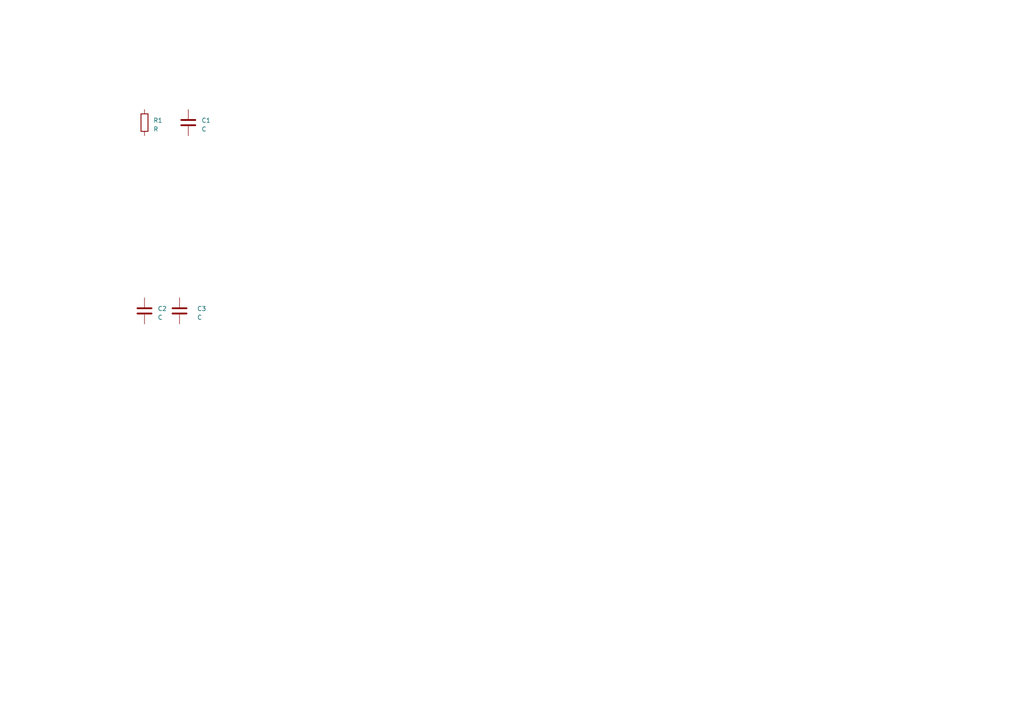
<source format=kicad_sch>
(kicad_sch (version 20230121) (generator eeschema)
  (paper "A4")
  (lib_symbols
    (symbol "Device:C" (pin_numbers hide) (pin_names (offset 0.254))
      (property "Reference" "C" (at 0.635 2.54 0))
      (property "Value" "C" (at 0.635 -2.54 0))
      (symbol "C_0_1"
        (polyline (pts (xy -2.032 -0.762) (xy 2.032 -0.762)) (stroke (width 0.508)))
        (polyline (pts (xy -2.032 0.762) (xy 2.032 0.762)) (stroke (width 0.508)))
      )
      (symbol "C_1_1"
        (pin passive line (at 0 3.81 270) (length 2.794) (name "~") (number "1"))
        (pin passive line (at 0 -3.81 90) (length 2.794) (name "~") (number "2"))
      )
    )
    (symbol "Device:R" (pin_numbers hide) (pin_names (offset 0))
      (property "Reference" "R" (at 2.032 0 90))
      (property "Value" "R" (at 0 0 90))
      (symbol "R_0_1"
        (rectangle (start -1.016 -2.54) (end 1.016 2.54) (stroke (width 0.254)))
      )
      (symbol "R_1_1"
        (pin passive line (at 0 3.81 270) (length 1.27) (name "~") (number "1"))
        (pin passive line (at 0 -3.81 90) (length 1.27) (name "~") (number "2"))
      )
    )
  )
  (symbol (lib_id "Device:R") (at 41.91 35.56 0) (unit 1)
    (property "Reference" "R1" (at 44.45 34.925 0) (effects (justify left)))
    (property "Value" "R" (at 44.45 37.465 0) (effects (justify left)))
  )
  (symbol (lib_id "Device:C") (at 52.07 90.17 0) (unit 1)
    (property "Reference" "C3" (at 57.15 89.535 0) (effects (justify left)))
    (property "Value" "C" (at 57.15 92.075 0) (effects (justify left)))
  )
  (symbol (lib_id "Device:C") (at 54.61 35.56 0) (unit 1)
    (property "Reference" "C1" (at 58.42 34.925 0) (effects (justify left)))
    (property "Value" "C" (at 58.42 37.465 0) (effects (justify left)))
  )
  (symbol (lib_id "Device:C") (at 41.91 90.17 0) (unit 1)
    (property "Reference" "C2" (at 45.72 89.535 0) (effects (justify left)))
    (property "Value" "C" (at 45.72 92.075 0) (effects (justify left)))
  )
)
</source>
